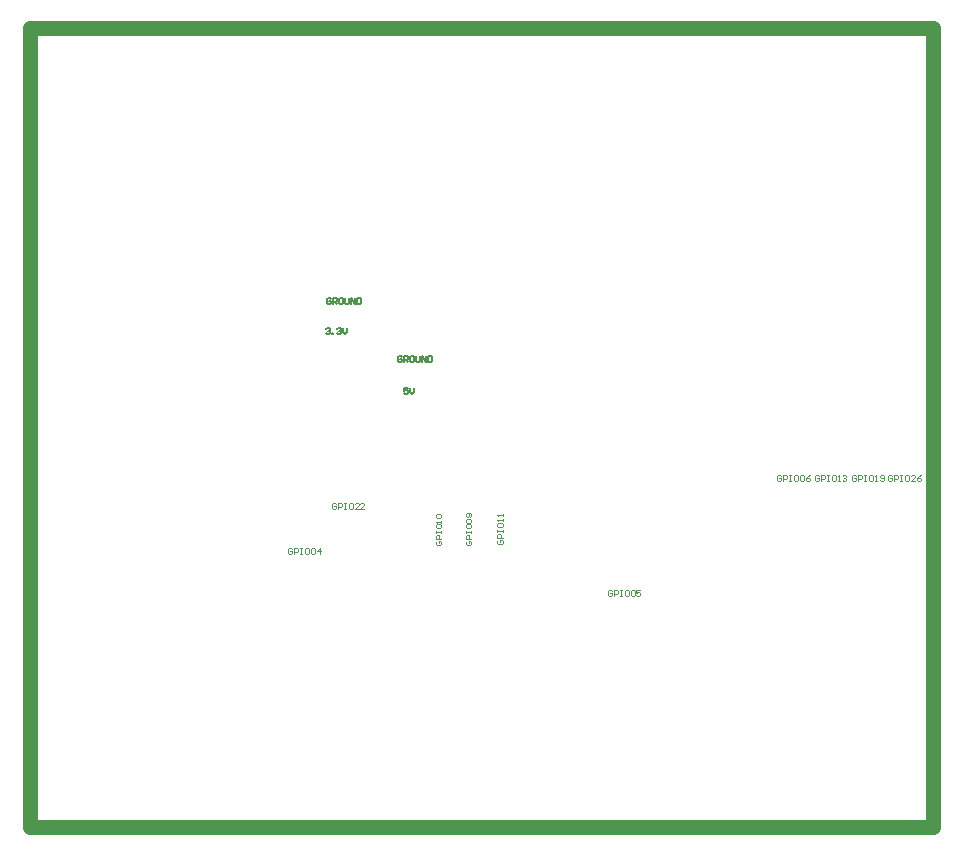
<source format=gbo>
G04 Layer_Color=32896*
%FSLAX44Y44*%
%MOMM*%
G71*
G01*
G75*
%ADD13C,1.2700*%
%ADD32C,0.1270*%
%ADD33C,0.1000*%
D13*
X786130Y1325880D02*
X1550670D01*
Y648970D02*
Y1325880D01*
X786130Y648970D02*
X1550670D01*
X786130D02*
Y1325880D01*
D32*
X1040976Y1096432D02*
X1040129Y1097278D01*
X1038436D01*
X1037590Y1096432D01*
Y1093046D01*
X1038436Y1092200D01*
X1040129D01*
X1040976Y1093046D01*
Y1094739D01*
X1039283D01*
X1042668Y1092200D02*
Y1097278D01*
X1045208D01*
X1046054Y1096432D01*
Y1094739D01*
X1045208Y1093893D01*
X1042668D01*
X1044361D02*
X1046054Y1092200D01*
X1050286Y1097278D02*
X1048593D01*
X1047747Y1096432D01*
Y1093046D01*
X1048593Y1092200D01*
X1050286D01*
X1051132Y1093046D01*
Y1096432D01*
X1050286Y1097278D01*
X1052825D02*
Y1093046D01*
X1053671Y1092200D01*
X1055364D01*
X1056211Y1093046D01*
Y1097278D01*
X1057903Y1092200D02*
Y1097278D01*
X1061289Y1092200D01*
Y1097278D01*
X1062982D02*
Y1092200D01*
X1065521D01*
X1066367Y1093046D01*
Y1096432D01*
X1065521Y1097278D01*
X1062982D01*
X1036320Y1071032D02*
X1037166Y1071878D01*
X1038859D01*
X1039706Y1071032D01*
Y1070186D01*
X1038859Y1069339D01*
X1038013D01*
X1038859D01*
X1039706Y1068493D01*
Y1067646D01*
X1038859Y1066800D01*
X1037166D01*
X1036320Y1067646D01*
X1041398Y1066800D02*
Y1067646D01*
X1042245D01*
Y1066800D01*
X1041398D01*
X1045630Y1071032D02*
X1046477Y1071878D01*
X1048169D01*
X1049016Y1071032D01*
Y1070186D01*
X1048169Y1069339D01*
X1047323D01*
X1048169D01*
X1049016Y1068493D01*
Y1067646D01*
X1048169Y1066800D01*
X1046477D01*
X1045630Y1067646D01*
X1050709Y1071878D02*
Y1068493D01*
X1052402Y1066800D01*
X1054094Y1068493D01*
Y1071878D01*
X1100666Y1046902D02*
X1099819Y1047748D01*
X1098126D01*
X1097280Y1046902D01*
Y1043516D01*
X1098126Y1042670D01*
X1099819D01*
X1100666Y1043516D01*
Y1045209D01*
X1098973D01*
X1102358Y1042670D02*
Y1047748D01*
X1104898D01*
X1105744Y1046902D01*
Y1045209D01*
X1104898Y1044363D01*
X1102358D01*
X1104051D02*
X1105744Y1042670D01*
X1109976Y1047748D02*
X1108283D01*
X1107437Y1046902D01*
Y1043516D01*
X1108283Y1042670D01*
X1109976D01*
X1110822Y1043516D01*
Y1046902D01*
X1109976Y1047748D01*
X1112515D02*
Y1043516D01*
X1113362Y1042670D01*
X1115054D01*
X1115901Y1043516D01*
Y1047748D01*
X1117593Y1042670D02*
Y1047748D01*
X1120979Y1042670D01*
Y1047748D01*
X1122672D02*
Y1042670D01*
X1125211D01*
X1126057Y1043516D01*
Y1046902D01*
X1125211Y1047748D01*
X1122672D01*
X1105746Y1021078D02*
X1102360D01*
Y1018539D01*
X1104053Y1019386D01*
X1104899D01*
X1105746Y1018539D01*
Y1016846D01*
X1104899Y1016000D01*
X1103206D01*
X1102360Y1016846D01*
X1107438Y1021078D02*
Y1017693D01*
X1109131Y1016000D01*
X1110824Y1017693D01*
Y1021078D01*
D33*
X1044732Y922375D02*
X1043899Y923208D01*
X1042233D01*
X1041400Y922375D01*
Y919043D01*
X1042233Y918210D01*
X1043899D01*
X1044732Y919043D01*
Y920709D01*
X1043066D01*
X1046398Y918210D02*
Y923208D01*
X1048897D01*
X1049731Y922375D01*
Y920709D01*
X1048897Y919876D01*
X1046398D01*
X1051397Y923208D02*
X1053063D01*
X1052230D01*
Y918210D01*
X1051397D01*
X1053063D01*
X1058061Y923208D02*
X1056395D01*
X1055562Y922375D01*
Y919043D01*
X1056395Y918210D01*
X1058061D01*
X1058894Y919043D01*
Y922375D01*
X1058061Y923208D01*
X1063893Y918210D02*
X1060560D01*
X1063893Y921542D01*
Y922375D01*
X1063060Y923208D01*
X1061394D01*
X1060560Y922375D01*
X1068891Y918210D02*
X1065559D01*
X1068891Y921542D01*
Y922375D01*
X1068058Y923208D01*
X1066392D01*
X1065559Y922375D01*
X1007902Y884275D02*
X1007069Y885108D01*
X1005403D01*
X1004570Y884275D01*
Y880943D01*
X1005403Y880110D01*
X1007069D01*
X1007902Y880943D01*
Y882609D01*
X1006236D01*
X1009568Y880110D02*
Y885108D01*
X1012067D01*
X1012901Y884275D01*
Y882609D01*
X1012067Y881776D01*
X1009568D01*
X1014567Y885108D02*
X1016233D01*
X1015400D01*
Y880110D01*
X1014567D01*
X1016233D01*
X1021231Y885108D02*
X1019565D01*
X1018732Y884275D01*
Y880943D01*
X1019565Y880110D01*
X1021231D01*
X1022064Y880943D01*
Y884275D01*
X1021231Y885108D01*
X1023730Y884275D02*
X1024564Y885108D01*
X1026230D01*
X1027063Y884275D01*
Y880943D01*
X1026230Y880110D01*
X1024564D01*
X1023730Y880943D01*
Y884275D01*
X1031228Y880110D02*
Y885108D01*
X1028729Y882609D01*
X1032061D01*
X1129945Y891062D02*
X1129112Y890229D01*
Y888563D01*
X1129945Y887730D01*
X1133277D01*
X1134110Y888563D01*
Y890229D01*
X1133277Y891062D01*
X1131611D01*
Y889396D01*
X1134110Y892728D02*
X1129112D01*
Y895228D01*
X1129945Y896061D01*
X1131611D01*
X1132444Y895228D01*
Y892728D01*
X1129112Y897727D02*
Y899393D01*
Y898560D01*
X1134110D01*
Y897727D01*
Y899393D01*
X1129112Y904391D02*
Y902725D01*
X1129945Y901892D01*
X1133277D01*
X1134110Y902725D01*
Y904391D01*
X1133277Y905224D01*
X1129945D01*
X1129112Y904391D01*
X1134110Y906890D02*
Y908557D01*
Y907723D01*
X1129112D01*
X1129945Y906890D01*
Y911056D02*
X1129112Y911889D01*
Y913555D01*
X1129945Y914388D01*
X1133277D01*
X1134110Y913555D01*
Y911889D01*
X1133277Y911056D01*
X1129945D01*
X1155345Y891062D02*
X1154512Y890229D01*
Y888563D01*
X1155345Y887730D01*
X1158677D01*
X1159510Y888563D01*
Y890229D01*
X1158677Y891062D01*
X1157011D01*
Y889396D01*
X1159510Y892728D02*
X1154512D01*
Y895228D01*
X1155345Y896061D01*
X1157011D01*
X1157844Y895228D01*
Y892728D01*
X1154512Y897727D02*
Y899393D01*
Y898560D01*
X1159510D01*
Y897727D01*
Y899393D01*
X1154512Y904391D02*
Y902725D01*
X1155345Y901892D01*
X1158677D01*
X1159510Y902725D01*
Y904391D01*
X1158677Y905224D01*
X1155345D01*
X1154512Y904391D01*
X1155345Y906890D02*
X1154512Y907723D01*
Y909390D01*
X1155345Y910223D01*
X1158677D01*
X1159510Y909390D01*
Y907723D01*
X1158677Y906890D01*
X1155345D01*
X1158677Y911889D02*
X1159510Y912722D01*
Y914388D01*
X1158677Y915221D01*
X1155345D01*
X1154512Y914388D01*
Y912722D01*
X1155345Y911889D01*
X1156178D01*
X1157011Y912722D01*
Y915221D01*
X1182015Y892332D02*
X1181182Y891499D01*
Y889833D01*
X1182015Y889000D01*
X1185347D01*
X1186180Y889833D01*
Y891499D01*
X1185347Y892332D01*
X1183681D01*
Y890666D01*
X1186180Y893998D02*
X1181182D01*
Y896497D01*
X1182015Y897331D01*
X1183681D01*
X1184514Y896497D01*
Y893998D01*
X1181182Y898997D02*
Y900663D01*
Y899830D01*
X1186180D01*
Y898997D01*
Y900663D01*
X1181182Y905661D02*
Y903995D01*
X1182015Y903162D01*
X1185347D01*
X1186180Y903995D01*
Y905661D01*
X1185347Y906494D01*
X1182015D01*
X1181182Y905661D01*
X1186180Y908160D02*
Y909827D01*
Y908994D01*
X1181182D01*
X1182015Y908160D01*
X1186180Y912326D02*
Y913992D01*
Y913159D01*
X1181182D01*
X1182015Y912326D01*
X1278412Y848715D02*
X1277579Y849548D01*
X1275913D01*
X1275080Y848715D01*
Y845383D01*
X1275913Y844550D01*
X1277579D01*
X1278412Y845383D01*
Y847049D01*
X1276746D01*
X1280078Y844550D02*
Y849548D01*
X1282578D01*
X1283411Y848715D01*
Y847049D01*
X1282578Y846216D01*
X1280078D01*
X1285077Y849548D02*
X1286743D01*
X1285910D01*
Y844550D01*
X1285077D01*
X1286743D01*
X1291741Y849548D02*
X1290075D01*
X1289242Y848715D01*
Y845383D01*
X1290075Y844550D01*
X1291741D01*
X1292574Y845383D01*
Y848715D01*
X1291741Y849548D01*
X1294240Y848715D02*
X1295074Y849548D01*
X1296740D01*
X1297573Y848715D01*
Y845383D01*
X1296740Y844550D01*
X1295074D01*
X1294240Y845383D01*
Y848715D01*
X1302571Y849548D02*
X1299239D01*
Y847049D01*
X1300905Y847882D01*
X1301738D01*
X1302571Y847049D01*
Y845383D01*
X1301738Y844550D01*
X1300072D01*
X1299239Y845383D01*
X1421922Y946505D02*
X1421089Y947338D01*
X1419423D01*
X1418590Y946505D01*
Y943173D01*
X1419423Y942340D01*
X1421089D01*
X1421922Y943173D01*
Y944839D01*
X1420256D01*
X1423588Y942340D02*
Y947338D01*
X1426087D01*
X1426921Y946505D01*
Y944839D01*
X1426087Y944006D01*
X1423588D01*
X1428587Y947338D02*
X1430253D01*
X1429420D01*
Y942340D01*
X1428587D01*
X1430253D01*
X1435251Y947338D02*
X1433585D01*
X1432752Y946505D01*
Y943173D01*
X1433585Y942340D01*
X1435251D01*
X1436084Y943173D01*
Y946505D01*
X1435251Y947338D01*
X1437750Y946505D02*
X1438584Y947338D01*
X1440250D01*
X1441083Y946505D01*
Y943173D01*
X1440250Y942340D01*
X1438584D01*
X1437750Y943173D01*
Y946505D01*
X1446081Y947338D02*
X1444415Y946505D01*
X1442749Y944839D01*
Y943173D01*
X1443582Y942340D01*
X1445248D01*
X1446081Y943173D01*
Y944006D01*
X1445248Y944839D01*
X1442749D01*
X1453672Y946505D02*
X1452839Y947338D01*
X1451173D01*
X1450340Y946505D01*
Y943173D01*
X1451173Y942340D01*
X1452839D01*
X1453672Y943173D01*
Y944839D01*
X1452006D01*
X1455338Y942340D02*
Y947338D01*
X1457838D01*
X1458671Y946505D01*
Y944839D01*
X1457838Y944006D01*
X1455338D01*
X1460337Y947338D02*
X1462003D01*
X1461170D01*
Y942340D01*
X1460337D01*
X1462003D01*
X1467001Y947338D02*
X1465335D01*
X1464502Y946505D01*
Y943173D01*
X1465335Y942340D01*
X1467001D01*
X1467834Y943173D01*
Y946505D01*
X1467001Y947338D01*
X1469500Y942340D02*
X1471167D01*
X1470334D01*
Y947338D01*
X1469500Y946505D01*
X1473666D02*
X1474499Y947338D01*
X1476165D01*
X1476998Y946505D01*
Y945672D01*
X1476165Y944839D01*
X1475332D01*
X1476165D01*
X1476998Y944006D01*
Y943173D01*
X1476165Y942340D01*
X1474499D01*
X1473666Y943173D01*
X1485422Y946505D02*
X1484589Y947338D01*
X1482923D01*
X1482090Y946505D01*
Y943173D01*
X1482923Y942340D01*
X1484589D01*
X1485422Y943173D01*
Y944839D01*
X1483756D01*
X1487088Y942340D02*
Y947338D01*
X1489588D01*
X1490421Y946505D01*
Y944839D01*
X1489588Y944006D01*
X1487088D01*
X1492087Y947338D02*
X1493753D01*
X1492920D01*
Y942340D01*
X1492087D01*
X1493753D01*
X1498751Y947338D02*
X1497085D01*
X1496252Y946505D01*
Y943173D01*
X1497085Y942340D01*
X1498751D01*
X1499584Y943173D01*
Y946505D01*
X1498751Y947338D01*
X1501250Y942340D02*
X1502917D01*
X1502083D01*
Y947338D01*
X1501250Y946505D01*
X1505416Y943173D02*
X1506249Y942340D01*
X1507915D01*
X1508748Y943173D01*
Y946505D01*
X1507915Y947338D01*
X1506249D01*
X1505416Y946505D01*
Y945672D01*
X1506249Y944839D01*
X1508748D01*
X1515902Y946505D02*
X1515069Y947338D01*
X1513403D01*
X1512570Y946505D01*
Y943173D01*
X1513403Y942340D01*
X1515069D01*
X1515902Y943173D01*
Y944839D01*
X1514236D01*
X1517568Y942340D02*
Y947338D01*
X1520067D01*
X1520901Y946505D01*
Y944839D01*
X1520067Y944006D01*
X1517568D01*
X1522567Y947338D02*
X1524233D01*
X1523400D01*
Y942340D01*
X1522567D01*
X1524233D01*
X1529231Y947338D02*
X1527565D01*
X1526732Y946505D01*
Y943173D01*
X1527565Y942340D01*
X1529231D01*
X1530064Y943173D01*
Y946505D01*
X1529231Y947338D01*
X1535063Y942340D02*
X1531730D01*
X1535063Y945672D01*
Y946505D01*
X1534230Y947338D01*
X1532563D01*
X1531730Y946505D01*
X1540061Y947338D02*
X1538395Y946505D01*
X1536729Y944839D01*
Y943173D01*
X1537562Y942340D01*
X1539228D01*
X1540061Y943173D01*
Y944006D01*
X1539228Y944839D01*
X1536729D01*
M02*

</source>
